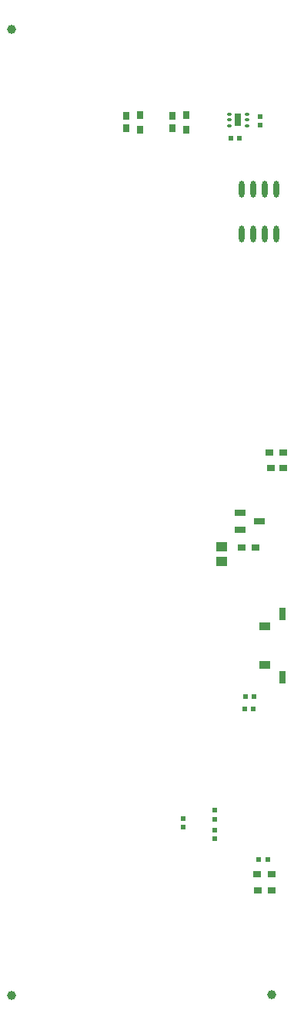
<source format=gbp>
%FSLAX25Y25*%
%MOIN*%
G70*
G01*
G75*
G04 Layer_Color=128*
%ADD10O,0.01378X0.05512*%
%ADD11R,0.02362X0.04528*%
%ADD12R,0.03937X0.07874*%
%ADD13R,0.01772X0.02362*%
%ADD14R,0.08268X0.05906*%
%ADD15R,0.17716X0.17716*%
%ADD16O,0.02559X0.00984*%
%ADD17O,0.00984X0.02559*%
%ADD18R,0.05315X0.03740*%
%ADD19R,0.01575X0.01575*%
%ADD20R,0.11811X0.00039*%
%ADD21R,0.05512X0.08268*%
%ADD22O,0.02362X0.00984*%
%ADD23R,0.06693X0.03150*%
%ADD24R,0.00984X0.01969*%
%ADD25R,0.03937X0.03543*%
%ADD26R,0.03937X0.01378*%
%ADD27R,0.03150X0.06496*%
%ADD28R,0.03150X0.03543*%
%ADD29R,0.02362X0.01969*%
%ADD30R,0.01969X0.02362*%
%ADD31R,0.03543X0.03150*%
%ADD32R,0.03937X0.05118*%
%ADD33R,0.05118X0.03937*%
%ADD34C,0.03937*%
%ADD35C,0.00787*%
%ADD36C,0.03937*%
%ADD37C,0.01969*%
%ADD38C,0.01000*%
%ADD39C,0.01181*%
%ADD40C,0.01575*%
%ADD41C,0.02000*%
%ADD42C,0.02362*%
%ADD43R,0.03937X0.02913*%
%ADD44R,0.04724X0.03150*%
%ADD45R,0.18898X0.05079*%
%ADD46R,0.36142X0.03937*%
%ADD47R,1.00709X0.04764*%
%ADD48R,0.08583X0.15590*%
%ADD49R,0.12598X0.04764*%
%ADD50R,0.12598X0.05079*%
%ADD51R,0.01811X0.07992*%
G04:AMPARAMS|DCode=52|XSize=18.11mil|YSize=66.44mil|CornerRadius=0mil|HoleSize=0mil|Usage=FLASHONLY|Rotation=214.500|XOffset=0mil|YOffset=0mil|HoleType=Round|Shape=Rectangle|*
%AMROTATEDRECTD52*
4,1,4,-0.01135,0.03251,0.02628,-0.02225,0.01135,-0.03251,-0.02628,0.02225,-0.01135,0.03251,0.0*
%
%ADD52ROTATEDRECTD52*%

%ADD53R,0.35500X0.02000*%
%ADD54R,0.09055X0.04823*%
%ADD55R,0.12598X0.03150*%
%ADD56C,0.04724*%
%ADD57C,0.05512*%
%ADD58C,0.05906*%
%ADD59R,0.05906X0.05906*%
%ADD60R,0.05906X0.05906*%
%ADD61C,0.06299*%
%ADD62C,0.06000*%
%ADD63C,0.02598*%
%ADD64C,0.03150*%
%ADD65R,0.05000X0.03543*%
%ADD66R,0.03150X0.05709*%
%ADD67R,0.05118X0.02559*%
%ADD68O,0.02362X0.07284*%
%ADD69R,0.02756X0.05315*%
%ADD70O,0.02165X0.01181*%
%ADD71R,0.03543X0.02953*%
%ADD72R,0.02953X0.03543*%
%ADD73C,0.00984*%
%ADD74C,0.11811*%
D28*
X366831Y588323D02*
D03*
Y582221D02*
D03*
X346555Y588287D02*
D03*
Y582185D02*
D03*
D29*
X392224Y337303D02*
D03*
X396161D02*
D03*
X389862Y578346D02*
D03*
X385925D02*
D03*
X395866Y331988D02*
D03*
X391929D02*
D03*
X401968Y267028D02*
D03*
X398031D02*
D03*
D30*
X379000Y279902D02*
D03*
Y275965D02*
D03*
X379000Y284465D02*
D03*
Y288402D02*
D03*
X398819Y587894D02*
D03*
Y583957D02*
D03*
X365500Y284902D02*
D03*
Y280965D02*
D03*
D31*
X397441Y260728D02*
D03*
X403543D02*
D03*
X397638Y253740D02*
D03*
X403740D02*
D03*
X408760Y442618D02*
D03*
X402658D02*
D03*
X396654Y401673D02*
D03*
X390551D02*
D03*
D33*
X381890Y395768D02*
D03*
Y402067D02*
D03*
D34*
X403543Y208760D02*
D03*
X291043Y208563D02*
D03*
X291142Y625492D02*
D03*
D65*
X400787Y367717D02*
D03*
Y351181D02*
D03*
D66*
X408268Y373031D02*
D03*
Y345866D02*
D03*
D67*
X390158Y409350D02*
D03*
Y416831D02*
D03*
X398425Y413091D02*
D03*
D68*
X405728Y537106D02*
D03*
X400728D02*
D03*
X395728D02*
D03*
X390728D02*
D03*
X405728Y556398D02*
D03*
X400728D02*
D03*
X395728D02*
D03*
X390728D02*
D03*
D69*
X389173Y586319D02*
D03*
D70*
X385335Y588878D02*
D03*
Y586319D02*
D03*
Y583760D02*
D03*
X393012D02*
D03*
Y586319D02*
D03*
Y588878D02*
D03*
D71*
X403248Y436024D02*
D03*
X408563D02*
D03*
D72*
X360563Y582878D02*
D03*
Y588193D02*
D03*
X340650Y582874D02*
D03*
Y588189D02*
D03*
M02*

</source>
